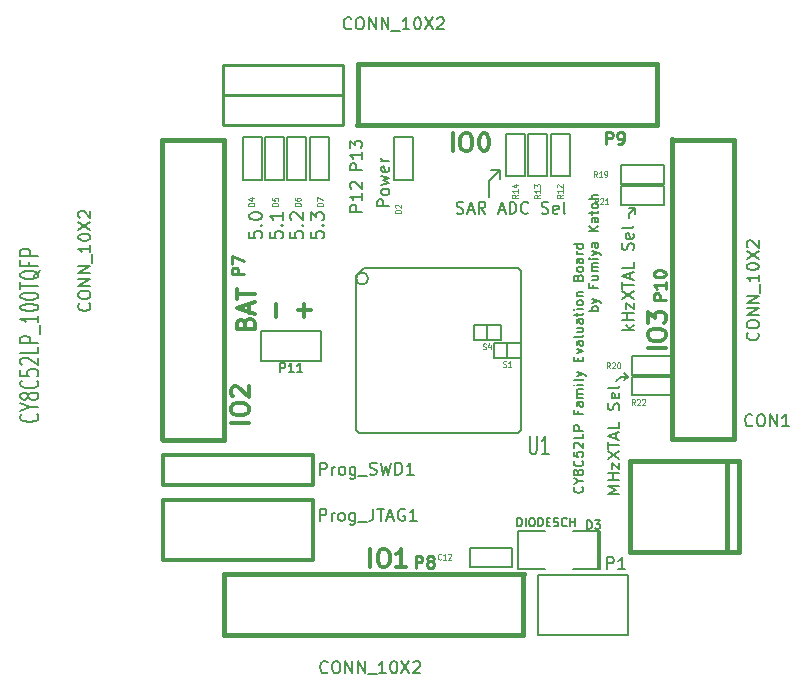
<source format=gto>
G04 (created by PCBNEW (2013-07-07 BZR 4022)-stable) date 2015/09/29 23:49:40*
%MOIN*%
G04 Gerber Fmt 3.4, Leading zero omitted, Abs format*
%FSLAX34Y34*%
G01*
G70*
G90*
G04 APERTURE LIST*
%ADD10C,0.00393701*%
%ADD11C,0.00688976*%
%ADD12C,0.00787402*%
%ADD13C,0.011811*%
%ADD14C,0.00590551*%
%ADD15C,0.012*%
%ADD16C,0.01*%
%ADD17C,0.006*%
%ADD18C,0.015*%
%ADD19C,0.008*%
%ADD20C,0.005*%
%ADD21C,0.0045*%
G04 APERTURE END LIST*
G54D10*
G54D11*
X42971Y-34077D02*
X42986Y-34092D01*
X43001Y-34137D01*
X43001Y-34167D01*
X42986Y-34212D01*
X42956Y-34242D01*
X42926Y-34257D01*
X42866Y-34272D01*
X42821Y-34272D01*
X42761Y-34257D01*
X42731Y-34242D01*
X42701Y-34212D01*
X42686Y-34167D01*
X42686Y-34137D01*
X42701Y-34092D01*
X42716Y-34077D01*
X42851Y-33882D02*
X43001Y-33882D01*
X42686Y-33987D02*
X42851Y-33882D01*
X42686Y-33777D01*
X42821Y-33627D02*
X42806Y-33657D01*
X42791Y-33672D01*
X42761Y-33687D01*
X42746Y-33687D01*
X42716Y-33672D01*
X42701Y-33657D01*
X42686Y-33627D01*
X42686Y-33567D01*
X42701Y-33537D01*
X42716Y-33522D01*
X42746Y-33507D01*
X42761Y-33507D01*
X42791Y-33522D01*
X42806Y-33537D01*
X42821Y-33567D01*
X42821Y-33627D01*
X42836Y-33657D01*
X42851Y-33672D01*
X42881Y-33687D01*
X42941Y-33687D01*
X42971Y-33672D01*
X42986Y-33657D01*
X43001Y-33627D01*
X43001Y-33567D01*
X42986Y-33537D01*
X42971Y-33522D01*
X42941Y-33507D01*
X42881Y-33507D01*
X42851Y-33522D01*
X42836Y-33537D01*
X42821Y-33567D01*
X42971Y-33192D02*
X42986Y-33207D01*
X43001Y-33252D01*
X43001Y-33282D01*
X42986Y-33327D01*
X42956Y-33357D01*
X42926Y-33372D01*
X42866Y-33387D01*
X42821Y-33387D01*
X42761Y-33372D01*
X42731Y-33357D01*
X42701Y-33327D01*
X42686Y-33282D01*
X42686Y-33252D01*
X42701Y-33207D01*
X42716Y-33192D01*
X42686Y-32907D02*
X42686Y-33057D01*
X42836Y-33072D01*
X42821Y-33057D01*
X42806Y-33027D01*
X42806Y-32952D01*
X42821Y-32922D01*
X42836Y-32907D01*
X42866Y-32892D01*
X42941Y-32892D01*
X42971Y-32907D01*
X42986Y-32922D01*
X43001Y-32952D01*
X43001Y-33027D01*
X42986Y-33057D01*
X42971Y-33072D01*
X42716Y-32772D02*
X42701Y-32757D01*
X42686Y-32727D01*
X42686Y-32652D01*
X42701Y-32622D01*
X42716Y-32607D01*
X42746Y-32592D01*
X42776Y-32592D01*
X42821Y-32607D01*
X43001Y-32787D01*
X43001Y-32592D01*
X43001Y-32307D02*
X43001Y-32457D01*
X42686Y-32457D01*
X43001Y-32202D02*
X42686Y-32202D01*
X42686Y-32082D01*
X42701Y-32052D01*
X42716Y-32037D01*
X42746Y-32022D01*
X42791Y-32022D01*
X42821Y-32037D01*
X42836Y-32052D01*
X42851Y-32082D01*
X42851Y-32202D01*
X42836Y-31542D02*
X42836Y-31647D01*
X43001Y-31647D02*
X42686Y-31647D01*
X42686Y-31497D01*
X43001Y-31242D02*
X42836Y-31242D01*
X42806Y-31257D01*
X42791Y-31287D01*
X42791Y-31347D01*
X42806Y-31377D01*
X42986Y-31242D02*
X43001Y-31272D01*
X43001Y-31347D01*
X42986Y-31377D01*
X42956Y-31392D01*
X42926Y-31392D01*
X42896Y-31377D01*
X42881Y-31347D01*
X42881Y-31272D01*
X42866Y-31242D01*
X43001Y-31092D02*
X42791Y-31092D01*
X42821Y-31092D02*
X42806Y-31077D01*
X42791Y-31047D01*
X42791Y-31003D01*
X42806Y-30973D01*
X42836Y-30958D01*
X43001Y-30958D01*
X42836Y-30958D02*
X42806Y-30943D01*
X42791Y-30913D01*
X42791Y-30868D01*
X42806Y-30838D01*
X42836Y-30823D01*
X43001Y-30823D01*
X43001Y-30673D02*
X42791Y-30673D01*
X42686Y-30673D02*
X42701Y-30688D01*
X42716Y-30673D01*
X42701Y-30658D01*
X42686Y-30673D01*
X42716Y-30673D01*
X43001Y-30478D02*
X42986Y-30508D01*
X42956Y-30523D01*
X42686Y-30523D01*
X42791Y-30388D02*
X43001Y-30313D01*
X42791Y-30238D02*
X43001Y-30313D01*
X43076Y-30343D01*
X43091Y-30358D01*
X43106Y-30388D01*
X42836Y-29878D02*
X42836Y-29773D01*
X43001Y-29728D02*
X43001Y-29878D01*
X42686Y-29878D01*
X42686Y-29728D01*
X42791Y-29623D02*
X43001Y-29548D01*
X42791Y-29473D01*
X43001Y-29218D02*
X42836Y-29218D01*
X42806Y-29233D01*
X42791Y-29263D01*
X42791Y-29323D01*
X42806Y-29353D01*
X42986Y-29218D02*
X43001Y-29248D01*
X43001Y-29323D01*
X42986Y-29353D01*
X42956Y-29368D01*
X42926Y-29368D01*
X42896Y-29353D01*
X42881Y-29323D01*
X42881Y-29248D01*
X42866Y-29218D01*
X43001Y-29023D02*
X42986Y-29053D01*
X42956Y-29068D01*
X42686Y-29068D01*
X42791Y-28768D02*
X43001Y-28768D01*
X42791Y-28903D02*
X42956Y-28903D01*
X42986Y-28888D01*
X43001Y-28858D01*
X43001Y-28813D01*
X42986Y-28783D01*
X42971Y-28768D01*
X43001Y-28483D02*
X42836Y-28483D01*
X42806Y-28498D01*
X42791Y-28528D01*
X42791Y-28588D01*
X42806Y-28618D01*
X42986Y-28483D02*
X43001Y-28513D01*
X43001Y-28588D01*
X42986Y-28618D01*
X42956Y-28633D01*
X42926Y-28633D01*
X42896Y-28618D01*
X42881Y-28588D01*
X42881Y-28513D01*
X42866Y-28483D01*
X42791Y-28378D02*
X42791Y-28258D01*
X42686Y-28333D02*
X42956Y-28333D01*
X42986Y-28318D01*
X43001Y-28288D01*
X43001Y-28258D01*
X43001Y-28153D02*
X42791Y-28153D01*
X42686Y-28153D02*
X42701Y-28168D01*
X42716Y-28153D01*
X42701Y-28138D01*
X42686Y-28153D01*
X42716Y-28153D01*
X43001Y-27958D02*
X42986Y-27988D01*
X42971Y-28003D01*
X42941Y-28018D01*
X42851Y-28018D01*
X42821Y-28003D01*
X42806Y-27988D01*
X42791Y-27958D01*
X42791Y-27913D01*
X42806Y-27883D01*
X42821Y-27868D01*
X42851Y-27853D01*
X42941Y-27853D01*
X42971Y-27868D01*
X42986Y-27883D01*
X43001Y-27913D01*
X43001Y-27958D01*
X42791Y-27718D02*
X43001Y-27718D01*
X42821Y-27718D02*
X42806Y-27703D01*
X42791Y-27673D01*
X42791Y-27628D01*
X42806Y-27598D01*
X42836Y-27583D01*
X43001Y-27583D01*
X42836Y-27088D02*
X42851Y-27043D01*
X42866Y-27028D01*
X42896Y-27013D01*
X42941Y-27013D01*
X42971Y-27028D01*
X42986Y-27043D01*
X43001Y-27073D01*
X43001Y-27193D01*
X42686Y-27193D01*
X42686Y-27088D01*
X42701Y-27058D01*
X42716Y-27043D01*
X42746Y-27028D01*
X42776Y-27028D01*
X42806Y-27043D01*
X42821Y-27058D01*
X42836Y-27088D01*
X42836Y-27193D01*
X43001Y-26833D02*
X42986Y-26863D01*
X42971Y-26878D01*
X42941Y-26893D01*
X42851Y-26893D01*
X42821Y-26878D01*
X42806Y-26863D01*
X42791Y-26833D01*
X42791Y-26788D01*
X42806Y-26758D01*
X42821Y-26743D01*
X42851Y-26728D01*
X42941Y-26728D01*
X42971Y-26743D01*
X42986Y-26758D01*
X43001Y-26788D01*
X43001Y-26833D01*
X43001Y-26458D02*
X42836Y-26458D01*
X42806Y-26473D01*
X42791Y-26503D01*
X42791Y-26563D01*
X42806Y-26593D01*
X42986Y-26458D02*
X43001Y-26488D01*
X43001Y-26563D01*
X42986Y-26593D01*
X42956Y-26608D01*
X42926Y-26608D01*
X42896Y-26593D01*
X42881Y-26563D01*
X42881Y-26488D01*
X42866Y-26458D01*
X43001Y-26308D02*
X42791Y-26308D01*
X42851Y-26308D02*
X42821Y-26293D01*
X42806Y-26278D01*
X42791Y-26248D01*
X42791Y-26218D01*
X43001Y-25978D02*
X42686Y-25978D01*
X42986Y-25978D02*
X43001Y-26008D01*
X43001Y-26068D01*
X42986Y-26098D01*
X42971Y-26113D01*
X42941Y-26128D01*
X42851Y-26128D01*
X42821Y-26113D01*
X42806Y-26098D01*
X42791Y-26068D01*
X42791Y-26008D01*
X42806Y-25978D01*
X43511Y-28205D02*
X43196Y-28205D01*
X43316Y-28205D02*
X43301Y-28175D01*
X43301Y-28115D01*
X43316Y-28085D01*
X43331Y-28070D01*
X43361Y-28055D01*
X43451Y-28055D01*
X43481Y-28070D01*
X43496Y-28085D01*
X43511Y-28115D01*
X43511Y-28175D01*
X43496Y-28205D01*
X43301Y-27950D02*
X43511Y-27875D01*
X43301Y-27800D02*
X43511Y-27875D01*
X43586Y-27905D01*
X43601Y-27920D01*
X43616Y-27950D01*
X43346Y-27335D02*
X43346Y-27440D01*
X43511Y-27440D02*
X43196Y-27440D01*
X43196Y-27290D01*
X43301Y-27035D02*
X43511Y-27035D01*
X43301Y-27170D02*
X43466Y-27170D01*
X43496Y-27155D01*
X43511Y-27125D01*
X43511Y-27080D01*
X43496Y-27050D01*
X43481Y-27035D01*
X43511Y-26886D02*
X43301Y-26886D01*
X43331Y-26886D02*
X43316Y-26871D01*
X43301Y-26841D01*
X43301Y-26796D01*
X43316Y-26766D01*
X43346Y-26751D01*
X43511Y-26751D01*
X43346Y-26751D02*
X43316Y-26736D01*
X43301Y-26706D01*
X43301Y-26661D01*
X43316Y-26631D01*
X43346Y-26616D01*
X43511Y-26616D01*
X43511Y-26466D02*
X43301Y-26466D01*
X43196Y-26466D02*
X43211Y-26481D01*
X43226Y-26466D01*
X43211Y-26451D01*
X43196Y-26466D01*
X43226Y-26466D01*
X43301Y-26346D02*
X43511Y-26271D01*
X43301Y-26196D02*
X43511Y-26271D01*
X43586Y-26301D01*
X43601Y-26316D01*
X43616Y-26346D01*
X43511Y-25941D02*
X43346Y-25941D01*
X43316Y-25956D01*
X43301Y-25986D01*
X43301Y-26046D01*
X43316Y-26076D01*
X43496Y-25941D02*
X43511Y-25971D01*
X43511Y-26046D01*
X43496Y-26076D01*
X43466Y-26091D01*
X43436Y-26091D01*
X43406Y-26076D01*
X43391Y-26046D01*
X43391Y-25971D01*
X43376Y-25941D01*
X43511Y-25551D02*
X43196Y-25551D01*
X43511Y-25371D02*
X43331Y-25506D01*
X43196Y-25371D02*
X43376Y-25551D01*
X43511Y-25101D02*
X43346Y-25101D01*
X43316Y-25116D01*
X43301Y-25146D01*
X43301Y-25206D01*
X43316Y-25236D01*
X43496Y-25101D02*
X43511Y-25131D01*
X43511Y-25206D01*
X43496Y-25236D01*
X43466Y-25251D01*
X43436Y-25251D01*
X43406Y-25236D01*
X43391Y-25206D01*
X43391Y-25131D01*
X43376Y-25101D01*
X43301Y-24996D02*
X43301Y-24876D01*
X43196Y-24951D02*
X43466Y-24951D01*
X43496Y-24936D01*
X43511Y-24906D01*
X43511Y-24876D01*
X43511Y-24726D02*
X43496Y-24756D01*
X43481Y-24771D01*
X43451Y-24786D01*
X43361Y-24786D01*
X43331Y-24771D01*
X43316Y-24756D01*
X43301Y-24726D01*
X43301Y-24681D01*
X43316Y-24651D01*
X43331Y-24636D01*
X43361Y-24621D01*
X43451Y-24621D01*
X43481Y-24636D01*
X43496Y-24651D01*
X43511Y-24681D01*
X43511Y-24726D01*
X43511Y-24486D02*
X43196Y-24486D01*
X43511Y-24351D02*
X43346Y-24351D01*
X43316Y-24366D01*
X43301Y-24396D01*
X43301Y-24441D01*
X43316Y-24471D01*
X43331Y-24486D01*
G54D12*
X44488Y-30393D02*
X44370Y-30275D01*
X44488Y-30393D02*
X44370Y-30511D01*
X44251Y-30393D02*
X44488Y-30393D01*
X44094Y-30551D02*
X44251Y-30393D01*
X44214Y-34291D02*
X43820Y-34291D01*
X44101Y-34160D01*
X43820Y-34028D01*
X44214Y-34028D01*
X44214Y-33841D02*
X43820Y-33841D01*
X44008Y-33841D02*
X44008Y-33616D01*
X44214Y-33616D02*
X43820Y-33616D01*
X43952Y-33466D02*
X43952Y-33260D01*
X44214Y-33466D01*
X44214Y-33260D01*
X43820Y-33147D02*
X44214Y-32885D01*
X43820Y-32885D02*
X44214Y-33147D01*
X43820Y-32791D02*
X43820Y-32566D01*
X44214Y-32679D02*
X43820Y-32679D01*
X44101Y-32454D02*
X44101Y-32266D01*
X44214Y-32491D02*
X43820Y-32360D01*
X44214Y-32229D01*
X44214Y-31910D02*
X44214Y-32097D01*
X43820Y-32097D01*
X44195Y-31497D02*
X44214Y-31441D01*
X44214Y-31347D01*
X44195Y-31310D01*
X44176Y-31291D01*
X44139Y-31272D01*
X44101Y-31272D01*
X44064Y-31291D01*
X44045Y-31310D01*
X44026Y-31347D01*
X44008Y-31422D01*
X43989Y-31460D01*
X43970Y-31479D01*
X43933Y-31497D01*
X43895Y-31497D01*
X43858Y-31479D01*
X43839Y-31460D01*
X43820Y-31422D01*
X43820Y-31329D01*
X43839Y-31272D01*
X44195Y-30954D02*
X44214Y-30991D01*
X44214Y-31066D01*
X44195Y-31104D01*
X44158Y-31122D01*
X44008Y-31122D01*
X43970Y-31104D01*
X43952Y-31066D01*
X43952Y-30991D01*
X43970Y-30954D01*
X44008Y-30935D01*
X44045Y-30935D01*
X44083Y-31122D01*
X44214Y-30710D02*
X44195Y-30748D01*
X44158Y-30766D01*
X43820Y-30766D01*
X44724Y-24763D02*
X44527Y-24763D01*
X44724Y-24763D02*
X44724Y-24960D01*
X44527Y-24960D02*
X44724Y-24763D01*
X44527Y-25118D02*
X44527Y-24960D01*
X40000Y-23503D02*
X39921Y-23503D01*
X40236Y-23503D02*
X40000Y-23503D01*
X40236Y-23503D02*
X40236Y-23818D01*
X39881Y-23858D02*
X40236Y-23503D01*
X39881Y-24409D02*
X39881Y-23858D01*
X44686Y-28832D02*
X44293Y-28832D01*
X44536Y-28794D02*
X44686Y-28682D01*
X44424Y-28682D02*
X44574Y-28832D01*
X44686Y-28513D02*
X44293Y-28513D01*
X44480Y-28513D02*
X44480Y-28288D01*
X44686Y-28288D02*
X44293Y-28288D01*
X44424Y-28138D02*
X44424Y-27932D01*
X44686Y-28138D01*
X44686Y-27932D01*
X44293Y-27819D02*
X44686Y-27557D01*
X44293Y-27557D02*
X44686Y-27819D01*
X44293Y-27463D02*
X44293Y-27238D01*
X44686Y-27350D02*
X44293Y-27350D01*
X44574Y-27125D02*
X44574Y-26938D01*
X44686Y-27163D02*
X44293Y-27032D01*
X44686Y-26901D01*
X44686Y-26582D02*
X44686Y-26769D01*
X44293Y-26769D01*
X44668Y-26169D02*
X44686Y-26113D01*
X44686Y-26019D01*
X44668Y-25982D01*
X44649Y-25963D01*
X44611Y-25944D01*
X44574Y-25944D01*
X44536Y-25963D01*
X44518Y-25982D01*
X44499Y-26019D01*
X44480Y-26094D01*
X44461Y-26132D01*
X44443Y-26151D01*
X44405Y-26169D01*
X44368Y-26169D01*
X44330Y-26151D01*
X44311Y-26132D01*
X44293Y-26094D01*
X44293Y-26001D01*
X44311Y-25944D01*
X44668Y-25626D02*
X44686Y-25663D01*
X44686Y-25738D01*
X44668Y-25776D01*
X44630Y-25794D01*
X44480Y-25794D01*
X44443Y-25776D01*
X44424Y-25738D01*
X44424Y-25663D01*
X44443Y-25626D01*
X44480Y-25607D01*
X44518Y-25607D01*
X44555Y-25794D01*
X44686Y-25382D02*
X44668Y-25419D01*
X44630Y-25438D01*
X44293Y-25438D01*
X38790Y-24943D02*
X38847Y-24962D01*
X38940Y-24962D01*
X38978Y-24943D01*
X38997Y-24925D01*
X39015Y-24887D01*
X39015Y-24850D01*
X38997Y-24812D01*
X38978Y-24793D01*
X38940Y-24775D01*
X38865Y-24756D01*
X38828Y-24737D01*
X38809Y-24718D01*
X38790Y-24681D01*
X38790Y-24643D01*
X38809Y-24606D01*
X38828Y-24587D01*
X38865Y-24568D01*
X38959Y-24568D01*
X39015Y-24587D01*
X39165Y-24850D02*
X39353Y-24850D01*
X39128Y-24962D02*
X39259Y-24568D01*
X39390Y-24962D01*
X39746Y-24962D02*
X39615Y-24775D01*
X39521Y-24962D02*
X39521Y-24568D01*
X39671Y-24568D01*
X39709Y-24587D01*
X39728Y-24606D01*
X39746Y-24643D01*
X39746Y-24700D01*
X39728Y-24737D01*
X39709Y-24756D01*
X39671Y-24775D01*
X39521Y-24775D01*
X40196Y-24850D02*
X40384Y-24850D01*
X40159Y-24962D02*
X40290Y-24568D01*
X40421Y-24962D01*
X40553Y-24962D02*
X40553Y-24568D01*
X40646Y-24568D01*
X40703Y-24587D01*
X40740Y-24625D01*
X40759Y-24662D01*
X40778Y-24737D01*
X40778Y-24793D01*
X40759Y-24868D01*
X40740Y-24906D01*
X40703Y-24943D01*
X40646Y-24962D01*
X40553Y-24962D01*
X41171Y-24925D02*
X41152Y-24943D01*
X41096Y-24962D01*
X41059Y-24962D01*
X41002Y-24943D01*
X40965Y-24906D01*
X40946Y-24868D01*
X40928Y-24793D01*
X40928Y-24737D01*
X40946Y-24662D01*
X40965Y-24625D01*
X41002Y-24587D01*
X41059Y-24568D01*
X41096Y-24568D01*
X41152Y-24587D01*
X41171Y-24606D01*
X41621Y-24943D02*
X41677Y-24962D01*
X41771Y-24962D01*
X41809Y-24943D01*
X41827Y-24925D01*
X41846Y-24887D01*
X41846Y-24850D01*
X41827Y-24812D01*
X41809Y-24793D01*
X41771Y-24775D01*
X41696Y-24756D01*
X41659Y-24737D01*
X41640Y-24718D01*
X41621Y-24681D01*
X41621Y-24643D01*
X41640Y-24606D01*
X41659Y-24587D01*
X41696Y-24568D01*
X41790Y-24568D01*
X41846Y-24587D01*
X42165Y-24943D02*
X42127Y-24962D01*
X42052Y-24962D01*
X42015Y-24943D01*
X41996Y-24906D01*
X41996Y-24756D01*
X42015Y-24718D01*
X42052Y-24700D01*
X42127Y-24700D01*
X42165Y-24718D01*
X42184Y-24756D01*
X42184Y-24793D01*
X41996Y-24831D01*
X42409Y-24962D02*
X42371Y-24943D01*
X42352Y-24906D01*
X42352Y-24568D01*
X36537Y-24715D02*
X36143Y-24715D01*
X36143Y-24565D01*
X36162Y-24527D01*
X36181Y-24508D01*
X36218Y-24490D01*
X36274Y-24490D01*
X36312Y-24508D01*
X36331Y-24527D01*
X36349Y-24565D01*
X36349Y-24715D01*
X36537Y-24265D02*
X36518Y-24302D01*
X36499Y-24321D01*
X36462Y-24340D01*
X36349Y-24340D01*
X36312Y-24321D01*
X36293Y-24302D01*
X36274Y-24265D01*
X36274Y-24208D01*
X36293Y-24171D01*
X36312Y-24152D01*
X36349Y-24133D01*
X36462Y-24133D01*
X36499Y-24152D01*
X36518Y-24171D01*
X36537Y-24208D01*
X36537Y-24265D01*
X36274Y-24002D02*
X36537Y-23927D01*
X36349Y-23852D01*
X36537Y-23777D01*
X36274Y-23702D01*
X36518Y-23402D02*
X36537Y-23440D01*
X36537Y-23515D01*
X36518Y-23552D01*
X36481Y-23571D01*
X36331Y-23571D01*
X36293Y-23552D01*
X36274Y-23515D01*
X36274Y-23440D01*
X36293Y-23402D01*
X36331Y-23383D01*
X36368Y-23383D01*
X36406Y-23571D01*
X36537Y-23215D02*
X36274Y-23215D01*
X36349Y-23215D02*
X36312Y-23196D01*
X36293Y-23177D01*
X36274Y-23140D01*
X36274Y-23102D01*
X31868Y-25560D02*
X31868Y-25766D01*
X32074Y-25787D01*
X32053Y-25766D01*
X32033Y-25725D01*
X32033Y-25622D01*
X32053Y-25581D01*
X32074Y-25560D01*
X32115Y-25539D01*
X32218Y-25539D01*
X32260Y-25560D01*
X32280Y-25581D01*
X32301Y-25622D01*
X32301Y-25725D01*
X32280Y-25766D01*
X32260Y-25787D01*
X32260Y-25354D02*
X32280Y-25333D01*
X32301Y-25354D01*
X32280Y-25374D01*
X32260Y-25354D01*
X32301Y-25354D01*
X31868Y-25065D02*
X31868Y-25024D01*
X31888Y-24983D01*
X31909Y-24962D01*
X31950Y-24941D01*
X32033Y-24921D01*
X32136Y-24921D01*
X32218Y-24941D01*
X32260Y-24962D01*
X32280Y-24983D01*
X32301Y-25024D01*
X32301Y-25065D01*
X32280Y-25106D01*
X32260Y-25127D01*
X32218Y-25148D01*
X32136Y-25168D01*
X32033Y-25168D01*
X31950Y-25148D01*
X31909Y-25127D01*
X31888Y-25106D01*
X31868Y-25065D01*
X32553Y-25560D02*
X32553Y-25766D01*
X32759Y-25787D01*
X32738Y-25766D01*
X32718Y-25725D01*
X32718Y-25622D01*
X32738Y-25581D01*
X32759Y-25560D01*
X32800Y-25539D01*
X32903Y-25539D01*
X32945Y-25560D01*
X32965Y-25581D01*
X32986Y-25622D01*
X32986Y-25725D01*
X32965Y-25766D01*
X32945Y-25787D01*
X32945Y-25354D02*
X32965Y-25333D01*
X32986Y-25354D01*
X32965Y-25374D01*
X32945Y-25354D01*
X32986Y-25354D01*
X32986Y-24921D02*
X32986Y-25168D01*
X32986Y-25044D02*
X32553Y-25044D01*
X32615Y-25086D01*
X32656Y-25127D01*
X32676Y-25168D01*
X33238Y-25560D02*
X33238Y-25766D01*
X33444Y-25787D01*
X33423Y-25766D01*
X33403Y-25725D01*
X33403Y-25622D01*
X33423Y-25581D01*
X33444Y-25560D01*
X33485Y-25539D01*
X33588Y-25539D01*
X33630Y-25560D01*
X33650Y-25581D01*
X33671Y-25622D01*
X33671Y-25725D01*
X33650Y-25766D01*
X33630Y-25787D01*
X33630Y-25354D02*
X33650Y-25333D01*
X33671Y-25354D01*
X33650Y-25374D01*
X33630Y-25354D01*
X33671Y-25354D01*
X33279Y-25168D02*
X33258Y-25148D01*
X33238Y-25106D01*
X33238Y-25003D01*
X33258Y-24962D01*
X33279Y-24941D01*
X33320Y-24921D01*
X33362Y-24921D01*
X33423Y-24941D01*
X33671Y-25189D01*
X33671Y-24921D01*
X33923Y-25560D02*
X33923Y-25766D01*
X34129Y-25787D01*
X34108Y-25766D01*
X34088Y-25725D01*
X34088Y-25622D01*
X34108Y-25581D01*
X34129Y-25560D01*
X34170Y-25539D01*
X34273Y-25539D01*
X34315Y-25560D01*
X34335Y-25581D01*
X34356Y-25622D01*
X34356Y-25725D01*
X34335Y-25766D01*
X34315Y-25787D01*
X34315Y-25354D02*
X34335Y-25333D01*
X34356Y-25354D01*
X34335Y-25374D01*
X34315Y-25354D01*
X34356Y-25354D01*
X33923Y-25189D02*
X33923Y-24921D01*
X34088Y-25065D01*
X34088Y-25003D01*
X34108Y-24962D01*
X34129Y-24941D01*
X34170Y-24921D01*
X34273Y-24921D01*
X34315Y-24941D01*
X34335Y-24962D01*
X34356Y-25003D01*
X34356Y-25127D01*
X34335Y-25168D01*
X34315Y-25189D01*
G54D13*
X38661Y-22876D02*
X38661Y-22286D01*
X39055Y-22286D02*
X39167Y-22286D01*
X39223Y-22314D01*
X39280Y-22370D01*
X39308Y-22483D01*
X39308Y-22679D01*
X39280Y-22792D01*
X39223Y-22848D01*
X39167Y-22876D01*
X39055Y-22876D01*
X38998Y-22848D01*
X38942Y-22792D01*
X38914Y-22679D01*
X38914Y-22483D01*
X38942Y-22370D01*
X38998Y-22314D01*
X39055Y-22286D01*
X39673Y-22286D02*
X39730Y-22286D01*
X39786Y-22314D01*
X39814Y-22342D01*
X39842Y-22398D01*
X39870Y-22511D01*
X39870Y-22651D01*
X39842Y-22764D01*
X39814Y-22820D01*
X39786Y-22848D01*
X39730Y-22876D01*
X39673Y-22876D01*
X39617Y-22848D01*
X39589Y-22820D01*
X39561Y-22764D01*
X39533Y-22651D01*
X39533Y-22511D01*
X39561Y-22398D01*
X39589Y-22342D01*
X39617Y-22314D01*
X39673Y-22286D01*
X45750Y-29448D02*
X45160Y-29448D01*
X45160Y-29055D02*
X45160Y-28942D01*
X45188Y-28886D01*
X45244Y-28830D01*
X45357Y-28802D01*
X45553Y-28802D01*
X45666Y-28830D01*
X45722Y-28886D01*
X45750Y-28942D01*
X45750Y-29055D01*
X45722Y-29111D01*
X45666Y-29167D01*
X45553Y-29195D01*
X45357Y-29195D01*
X45244Y-29167D01*
X45188Y-29111D01*
X45160Y-29055D01*
X45160Y-28605D02*
X45160Y-28239D01*
X45385Y-28436D01*
X45385Y-28352D01*
X45413Y-28295D01*
X45441Y-28267D01*
X45497Y-28239D01*
X45638Y-28239D01*
X45694Y-28267D01*
X45722Y-28295D01*
X45750Y-28352D01*
X45750Y-28520D01*
X45722Y-28577D01*
X45694Y-28605D01*
X35905Y-36735D02*
X35905Y-36144D01*
X36299Y-36144D02*
X36411Y-36144D01*
X36467Y-36172D01*
X36524Y-36228D01*
X36552Y-36341D01*
X36552Y-36538D01*
X36524Y-36650D01*
X36467Y-36706D01*
X36411Y-36735D01*
X36299Y-36735D01*
X36242Y-36706D01*
X36186Y-36650D01*
X36158Y-36538D01*
X36158Y-36341D01*
X36186Y-36228D01*
X36242Y-36172D01*
X36299Y-36144D01*
X37114Y-36735D02*
X36777Y-36735D01*
X36946Y-36735D02*
X36946Y-36144D01*
X36889Y-36228D01*
X36833Y-36285D01*
X36777Y-36313D01*
X31853Y-31929D02*
X31262Y-31929D01*
X31262Y-31535D02*
X31262Y-31422D01*
X31290Y-31366D01*
X31347Y-31310D01*
X31459Y-31282D01*
X31656Y-31282D01*
X31768Y-31310D01*
X31825Y-31366D01*
X31853Y-31422D01*
X31853Y-31535D01*
X31825Y-31591D01*
X31768Y-31647D01*
X31656Y-31676D01*
X31459Y-31676D01*
X31347Y-31647D01*
X31290Y-31591D01*
X31262Y-31535D01*
X31318Y-31057D02*
X31290Y-31029D01*
X31262Y-30973D01*
X31262Y-30832D01*
X31290Y-30776D01*
X31318Y-30748D01*
X31375Y-30719D01*
X31431Y-30719D01*
X31515Y-30748D01*
X31853Y-31085D01*
X31853Y-30719D01*
X31740Y-28624D02*
X31768Y-28540D01*
X31796Y-28512D01*
X31853Y-28484D01*
X31937Y-28484D01*
X31993Y-28512D01*
X32021Y-28540D01*
X32050Y-28596D01*
X32050Y-28821D01*
X31459Y-28821D01*
X31459Y-28624D01*
X31487Y-28568D01*
X31515Y-28540D01*
X31571Y-28512D01*
X31628Y-28512D01*
X31684Y-28540D01*
X31712Y-28568D01*
X31740Y-28624D01*
X31740Y-28821D01*
X31881Y-28259D02*
X31881Y-27978D01*
X32050Y-28315D02*
X31459Y-28118D01*
X32050Y-27921D01*
X31459Y-27809D02*
X31459Y-27471D01*
X32050Y-27640D02*
X31459Y-27640D01*
X32769Y-28413D02*
X32769Y-27964D01*
X33714Y-28413D02*
X33714Y-27964D01*
X33939Y-28188D02*
X33489Y-28188D01*
G54D14*
X43503Y-36811D02*
X43503Y-35551D01*
X40826Y-36811D02*
X40826Y-35551D01*
X43582Y-36811D02*
X43582Y-35551D01*
X41733Y-35549D02*
X40833Y-35549D01*
X40833Y-36813D02*
X41733Y-36813D01*
X42677Y-36811D02*
X43582Y-36811D01*
X43582Y-35551D02*
X42677Y-35551D01*
G54D15*
X29000Y-34500D02*
X34000Y-34500D01*
X34000Y-34500D02*
X34000Y-36500D01*
X34000Y-36500D02*
X29000Y-36500D01*
X29000Y-36500D02*
X29000Y-34500D01*
X34000Y-34000D02*
X34000Y-33000D01*
X29000Y-33000D02*
X29000Y-34000D01*
X34000Y-34000D02*
X29000Y-34000D01*
X29000Y-33000D02*
X34000Y-33000D01*
G54D16*
X31000Y-20000D02*
X35000Y-20000D01*
X31000Y-21000D02*
X35000Y-21000D01*
X35000Y-21000D02*
X35000Y-20000D01*
X31000Y-20000D02*
X31000Y-21000D01*
X35000Y-22000D02*
X31000Y-22000D01*
X35000Y-21000D02*
X31000Y-21000D01*
X31000Y-21000D02*
X31000Y-22000D01*
X35000Y-22000D02*
X35000Y-21000D01*
G54D17*
X34267Y-28870D02*
X34267Y-29870D01*
X34267Y-29870D02*
X32267Y-29870D01*
X32267Y-29870D02*
X32267Y-28870D01*
X32267Y-28870D02*
X34267Y-28870D01*
G54D18*
X35515Y-19976D02*
X45476Y-19976D01*
X45476Y-19976D02*
X45476Y-22023D01*
X45476Y-22023D02*
X35476Y-22023D01*
X35500Y-20000D02*
X35500Y-22000D01*
X28976Y-32484D02*
X28976Y-22523D01*
X28976Y-22523D02*
X31023Y-22523D01*
X31023Y-22523D02*
X31023Y-32523D01*
X29000Y-32500D02*
X31000Y-32500D01*
X48023Y-22515D02*
X48023Y-32476D01*
X48023Y-32476D02*
X45976Y-32476D01*
X45976Y-32476D02*
X45976Y-22476D01*
X48000Y-22500D02*
X46000Y-22500D01*
X40984Y-39023D02*
X31023Y-39023D01*
X31023Y-39023D02*
X31023Y-36976D01*
X31023Y-36976D02*
X41023Y-36976D01*
X41000Y-39000D02*
X41000Y-37000D01*
G54D14*
X39232Y-36102D02*
X40649Y-36102D01*
X40649Y-36102D02*
X40649Y-36732D01*
X40649Y-36732D02*
X39232Y-36732D01*
X39232Y-36732D02*
X39232Y-36102D01*
X33149Y-23838D02*
X33149Y-22421D01*
X33149Y-22421D02*
X33779Y-22421D01*
X33779Y-22421D02*
X33779Y-23838D01*
X33779Y-23838D02*
X33149Y-23838D01*
X33897Y-23838D02*
X33897Y-22421D01*
X33897Y-22421D02*
X34527Y-22421D01*
X34527Y-22421D02*
X34527Y-23838D01*
X34527Y-23838D02*
X33897Y-23838D01*
X37322Y-22421D02*
X37322Y-23838D01*
X37322Y-23838D02*
X36692Y-23838D01*
X36692Y-23838D02*
X36692Y-22421D01*
X36692Y-22421D02*
X37322Y-22421D01*
X32401Y-23838D02*
X32401Y-22421D01*
X32401Y-22421D02*
X33031Y-22421D01*
X33031Y-22421D02*
X33031Y-23838D01*
X33031Y-23838D02*
X32401Y-23838D01*
X31653Y-23838D02*
X31653Y-22421D01*
X31653Y-22421D02*
X32283Y-22421D01*
X32283Y-22421D02*
X32283Y-23838D01*
X32283Y-23838D02*
X31653Y-23838D01*
G54D19*
X35838Y-27127D02*
G75*
G03X35838Y-27127I-200J0D01*
G74*
G01*
X35688Y-26777D02*
X35438Y-27027D01*
X35538Y-32277D02*
X35438Y-32177D01*
X40838Y-32277D02*
X40938Y-32177D01*
X40938Y-26877D02*
X40838Y-26777D01*
X35438Y-27027D02*
X35438Y-32177D01*
X35538Y-32277D02*
X40838Y-32277D01*
X40938Y-32177D02*
X40938Y-26877D01*
X40838Y-26777D02*
X35688Y-26777D01*
G54D14*
X44625Y-30393D02*
X46043Y-30393D01*
X46043Y-30393D02*
X46043Y-31023D01*
X46043Y-31023D02*
X44625Y-31023D01*
X44625Y-31023D02*
X44625Y-30393D01*
X44625Y-29724D02*
X46043Y-29724D01*
X46043Y-29724D02*
X46043Y-30354D01*
X46043Y-30354D02*
X44625Y-30354D01*
X44625Y-30354D02*
X44625Y-29724D01*
X44271Y-24055D02*
X45688Y-24055D01*
X45688Y-24055D02*
X45688Y-24685D01*
X45688Y-24685D02*
X44271Y-24685D01*
X44271Y-24685D02*
X44271Y-24055D01*
X44271Y-23346D02*
X45688Y-23346D01*
X45688Y-23346D02*
X45688Y-23976D01*
X45688Y-23976D02*
X44271Y-23976D01*
X44271Y-23976D02*
X44271Y-23346D01*
X41181Y-23720D02*
X41181Y-22303D01*
X41181Y-22303D02*
X41811Y-22303D01*
X41811Y-22303D02*
X41811Y-23720D01*
X41811Y-23720D02*
X41181Y-23720D01*
X40433Y-23720D02*
X40433Y-22303D01*
X40433Y-22303D02*
X41062Y-22303D01*
X41062Y-22303D02*
X41062Y-23720D01*
X41062Y-23720D02*
X40433Y-23720D01*
X41929Y-23720D02*
X41929Y-22303D01*
X41929Y-22303D02*
X42559Y-22303D01*
X42559Y-22303D02*
X42559Y-23720D01*
X42559Y-23720D02*
X41929Y-23720D01*
G54D19*
X41500Y-37000D02*
X44500Y-37000D01*
X44500Y-39000D02*
X41500Y-39000D01*
X41500Y-39000D02*
X41500Y-37000D01*
X44500Y-37000D02*
X44500Y-39000D01*
G54D14*
X40472Y-29330D02*
X40472Y-29291D01*
X40472Y-29330D02*
X40472Y-29763D01*
G54D20*
X40022Y-29277D02*
X40922Y-29277D01*
X40922Y-29277D02*
X40922Y-29777D01*
X40922Y-29777D02*
X40022Y-29777D01*
X40022Y-29777D02*
X40022Y-29277D01*
G54D14*
X39803Y-28740D02*
X39803Y-28700D01*
X39803Y-28740D02*
X39803Y-29173D01*
G54D20*
X39353Y-28687D02*
X40253Y-28687D01*
X40253Y-28687D02*
X40253Y-29187D01*
X40253Y-29187D02*
X39353Y-29187D01*
X39353Y-29187D02*
X39353Y-28687D01*
G54D18*
X47794Y-36240D02*
X47794Y-33208D01*
X48188Y-36240D02*
X48188Y-33208D01*
X48188Y-33208D02*
X44566Y-33208D01*
X44566Y-33208D02*
X44566Y-36240D01*
X44566Y-36240D02*
X48188Y-36240D01*
G54D20*
X43142Y-35466D02*
X43142Y-35190D01*
X43208Y-35190D01*
X43247Y-35203D01*
X43274Y-35229D01*
X43287Y-35255D01*
X43300Y-35308D01*
X43300Y-35347D01*
X43287Y-35400D01*
X43274Y-35426D01*
X43247Y-35452D01*
X43208Y-35466D01*
X43142Y-35466D01*
X43392Y-35190D02*
X43563Y-35190D01*
X43471Y-35295D01*
X43510Y-35295D01*
X43537Y-35308D01*
X43550Y-35321D01*
X43563Y-35347D01*
X43563Y-35413D01*
X43550Y-35439D01*
X43537Y-35452D01*
X43510Y-35466D01*
X43431Y-35466D01*
X43405Y-35452D01*
X43392Y-35439D01*
X40812Y-35387D02*
X40812Y-35111D01*
X40877Y-35111D01*
X40917Y-35124D01*
X40943Y-35150D01*
X40956Y-35177D01*
X40969Y-35229D01*
X40969Y-35269D01*
X40956Y-35321D01*
X40943Y-35347D01*
X40917Y-35374D01*
X40877Y-35387D01*
X40812Y-35387D01*
X41088Y-35387D02*
X41088Y-35111D01*
X41272Y-35111D02*
X41324Y-35111D01*
X41351Y-35124D01*
X41377Y-35150D01*
X41390Y-35203D01*
X41390Y-35295D01*
X41377Y-35347D01*
X41351Y-35374D01*
X41324Y-35387D01*
X41272Y-35387D01*
X41245Y-35374D01*
X41219Y-35347D01*
X41206Y-35295D01*
X41206Y-35203D01*
X41219Y-35150D01*
X41245Y-35124D01*
X41272Y-35111D01*
X41508Y-35387D02*
X41508Y-35111D01*
X41574Y-35111D01*
X41613Y-35124D01*
X41640Y-35150D01*
X41653Y-35177D01*
X41666Y-35229D01*
X41666Y-35269D01*
X41653Y-35321D01*
X41640Y-35347D01*
X41613Y-35374D01*
X41574Y-35387D01*
X41508Y-35387D01*
X41784Y-35242D02*
X41876Y-35242D01*
X41916Y-35387D02*
X41784Y-35387D01*
X41784Y-35111D01*
X41916Y-35111D01*
X42021Y-35374D02*
X42060Y-35387D01*
X42126Y-35387D01*
X42152Y-35374D01*
X42165Y-35361D01*
X42179Y-35334D01*
X42179Y-35308D01*
X42165Y-35282D01*
X42152Y-35269D01*
X42126Y-35255D01*
X42073Y-35242D01*
X42047Y-35229D01*
X42034Y-35216D01*
X42021Y-35190D01*
X42021Y-35163D01*
X42034Y-35137D01*
X42047Y-35124D01*
X42073Y-35111D01*
X42139Y-35111D01*
X42179Y-35124D01*
X42455Y-35361D02*
X42441Y-35374D01*
X42402Y-35387D01*
X42376Y-35387D01*
X42336Y-35374D01*
X42310Y-35347D01*
X42297Y-35321D01*
X42284Y-35269D01*
X42284Y-35229D01*
X42297Y-35177D01*
X42310Y-35150D01*
X42336Y-35124D01*
X42376Y-35111D01*
X42402Y-35111D01*
X42441Y-35124D01*
X42455Y-35137D01*
X42573Y-35387D02*
X42573Y-35111D01*
X42573Y-35242D02*
X42731Y-35242D01*
X42731Y-35387D02*
X42731Y-35111D01*
G54D19*
X34217Y-35201D02*
X34217Y-34801D01*
X34369Y-34801D01*
X34407Y-34820D01*
X34426Y-34839D01*
X34445Y-34877D01*
X34445Y-34934D01*
X34426Y-34972D01*
X34407Y-34991D01*
X34369Y-35010D01*
X34217Y-35010D01*
X34617Y-35201D02*
X34617Y-34934D01*
X34617Y-35010D02*
X34636Y-34972D01*
X34655Y-34953D01*
X34693Y-34934D01*
X34731Y-34934D01*
X34922Y-35201D02*
X34883Y-35182D01*
X34864Y-35163D01*
X34845Y-35125D01*
X34845Y-35010D01*
X34864Y-34972D01*
X34883Y-34953D01*
X34922Y-34934D01*
X34979Y-34934D01*
X35017Y-34953D01*
X35036Y-34972D01*
X35055Y-35010D01*
X35055Y-35125D01*
X35036Y-35163D01*
X35017Y-35182D01*
X34979Y-35201D01*
X34922Y-35201D01*
X35398Y-34934D02*
X35398Y-35258D01*
X35379Y-35296D01*
X35360Y-35315D01*
X35322Y-35334D01*
X35264Y-35334D01*
X35226Y-35315D01*
X35398Y-35182D02*
X35360Y-35201D01*
X35283Y-35201D01*
X35245Y-35182D01*
X35226Y-35163D01*
X35207Y-35125D01*
X35207Y-35010D01*
X35226Y-34972D01*
X35245Y-34953D01*
X35283Y-34934D01*
X35360Y-34934D01*
X35398Y-34953D01*
X35493Y-35239D02*
X35798Y-35239D01*
X36007Y-34801D02*
X36007Y-35086D01*
X35988Y-35144D01*
X35950Y-35182D01*
X35893Y-35201D01*
X35855Y-35201D01*
X36141Y-34801D02*
X36369Y-34801D01*
X36255Y-35201D02*
X36255Y-34801D01*
X36483Y-35086D02*
X36674Y-35086D01*
X36445Y-35201D02*
X36579Y-34801D01*
X36712Y-35201D01*
X37055Y-34820D02*
X37017Y-34801D01*
X36960Y-34801D01*
X36902Y-34820D01*
X36864Y-34858D01*
X36845Y-34896D01*
X36826Y-34972D01*
X36826Y-35029D01*
X36845Y-35106D01*
X36864Y-35144D01*
X36902Y-35182D01*
X36960Y-35201D01*
X36998Y-35201D01*
X37055Y-35182D01*
X37074Y-35163D01*
X37074Y-35029D01*
X36998Y-35029D01*
X37455Y-35201D02*
X37226Y-35201D01*
X37341Y-35201D02*
X37341Y-34801D01*
X37302Y-34858D01*
X37264Y-34896D01*
X37226Y-34915D01*
X34235Y-33665D02*
X34235Y-33265D01*
X34387Y-33265D01*
X34425Y-33284D01*
X34444Y-33303D01*
X34463Y-33342D01*
X34463Y-33399D01*
X34444Y-33437D01*
X34425Y-33456D01*
X34387Y-33475D01*
X34235Y-33475D01*
X34635Y-33665D02*
X34635Y-33399D01*
X34635Y-33475D02*
X34654Y-33437D01*
X34673Y-33418D01*
X34711Y-33399D01*
X34749Y-33399D01*
X34939Y-33665D02*
X34901Y-33646D01*
X34882Y-33627D01*
X34863Y-33589D01*
X34863Y-33475D01*
X34882Y-33437D01*
X34901Y-33418D01*
X34939Y-33399D01*
X34996Y-33399D01*
X35035Y-33418D01*
X35054Y-33437D01*
X35073Y-33475D01*
X35073Y-33589D01*
X35054Y-33627D01*
X35035Y-33646D01*
X34996Y-33665D01*
X34939Y-33665D01*
X35415Y-33399D02*
X35415Y-33722D01*
X35396Y-33761D01*
X35377Y-33780D01*
X35339Y-33799D01*
X35282Y-33799D01*
X35244Y-33780D01*
X35415Y-33646D02*
X35377Y-33665D01*
X35301Y-33665D01*
X35263Y-33646D01*
X35244Y-33627D01*
X35225Y-33589D01*
X35225Y-33475D01*
X35244Y-33437D01*
X35263Y-33418D01*
X35301Y-33399D01*
X35377Y-33399D01*
X35415Y-33418D01*
X35511Y-33703D02*
X35815Y-33703D01*
X35892Y-33646D02*
X35949Y-33665D01*
X36044Y-33665D01*
X36082Y-33646D01*
X36101Y-33627D01*
X36120Y-33589D01*
X36120Y-33551D01*
X36101Y-33513D01*
X36082Y-33494D01*
X36044Y-33475D01*
X35968Y-33456D01*
X35930Y-33437D01*
X35911Y-33418D01*
X35892Y-33380D01*
X35892Y-33342D01*
X35911Y-33303D01*
X35930Y-33284D01*
X35968Y-33265D01*
X36063Y-33265D01*
X36120Y-33284D01*
X36254Y-33265D02*
X36349Y-33665D01*
X36425Y-33380D01*
X36501Y-33665D01*
X36596Y-33265D01*
X36749Y-33665D02*
X36749Y-33265D01*
X36844Y-33265D01*
X36901Y-33284D01*
X36939Y-33322D01*
X36958Y-33361D01*
X36977Y-33437D01*
X36977Y-33494D01*
X36958Y-33570D01*
X36939Y-33608D01*
X36901Y-33646D01*
X36844Y-33665D01*
X36749Y-33665D01*
X37358Y-33665D02*
X37130Y-33665D01*
X37244Y-33665D02*
X37244Y-33265D01*
X37206Y-33322D01*
X37168Y-33361D01*
X37130Y-33380D01*
X35634Y-23517D02*
X35234Y-23517D01*
X35234Y-23364D01*
X35253Y-23326D01*
X35272Y-23307D01*
X35310Y-23288D01*
X35367Y-23288D01*
X35405Y-23307D01*
X35424Y-23326D01*
X35443Y-23364D01*
X35443Y-23517D01*
X35634Y-22907D02*
X35634Y-23136D01*
X35634Y-23021D02*
X35234Y-23021D01*
X35291Y-23060D01*
X35329Y-23098D01*
X35348Y-23136D01*
X35234Y-22774D02*
X35234Y-22526D01*
X35386Y-22660D01*
X35386Y-22602D01*
X35405Y-22564D01*
X35424Y-22545D01*
X35462Y-22526D01*
X35558Y-22526D01*
X35596Y-22545D01*
X35615Y-22564D01*
X35634Y-22602D01*
X35634Y-22717D01*
X35615Y-22755D01*
X35596Y-22774D01*
X35634Y-24895D02*
X35234Y-24895D01*
X35234Y-24742D01*
X35253Y-24704D01*
X35272Y-24685D01*
X35310Y-24666D01*
X35367Y-24666D01*
X35405Y-24685D01*
X35424Y-24704D01*
X35443Y-24742D01*
X35443Y-24895D01*
X35634Y-24285D02*
X35634Y-24514D01*
X35634Y-24399D02*
X35234Y-24399D01*
X35291Y-24438D01*
X35329Y-24476D01*
X35348Y-24514D01*
X35272Y-24133D02*
X35253Y-24114D01*
X35234Y-24076D01*
X35234Y-23980D01*
X35253Y-23942D01*
X35272Y-23923D01*
X35310Y-23904D01*
X35348Y-23904D01*
X35405Y-23923D01*
X35634Y-24152D01*
X35634Y-23904D01*
G54D17*
X32903Y-30241D02*
X32903Y-29941D01*
X33017Y-29941D01*
X33046Y-29955D01*
X33060Y-29970D01*
X33074Y-29998D01*
X33074Y-30041D01*
X33060Y-30070D01*
X33046Y-30084D01*
X33017Y-30098D01*
X32903Y-30098D01*
X33360Y-30241D02*
X33189Y-30241D01*
X33274Y-30241D02*
X33274Y-29941D01*
X33246Y-29984D01*
X33217Y-30012D01*
X33189Y-30027D01*
X33646Y-30241D02*
X33474Y-30241D01*
X33560Y-30241D02*
X33560Y-29941D01*
X33532Y-29984D01*
X33503Y-30012D01*
X33474Y-30027D01*
G54D16*
X43759Y-22642D02*
X43759Y-22242D01*
X43912Y-22242D01*
X43950Y-22261D01*
X43969Y-22280D01*
X43988Y-22318D01*
X43988Y-22375D01*
X43969Y-22413D01*
X43950Y-22432D01*
X43912Y-22451D01*
X43759Y-22451D01*
X44178Y-22642D02*
X44255Y-22642D01*
X44293Y-22623D01*
X44312Y-22604D01*
X44350Y-22546D01*
X44369Y-22470D01*
X44369Y-22318D01*
X44350Y-22280D01*
X44331Y-22261D01*
X44293Y-22242D01*
X44217Y-22242D01*
X44178Y-22261D01*
X44159Y-22280D01*
X44140Y-22318D01*
X44140Y-22413D01*
X44159Y-22451D01*
X44178Y-22470D01*
X44217Y-22489D01*
X44293Y-22489D01*
X44331Y-22470D01*
X44350Y-22451D01*
X44369Y-22413D01*
G54D19*
X35273Y-18785D02*
X35254Y-18804D01*
X35197Y-18823D01*
X35159Y-18823D01*
X35102Y-18804D01*
X35064Y-18766D01*
X35045Y-18728D01*
X35026Y-18651D01*
X35026Y-18594D01*
X35045Y-18518D01*
X35064Y-18480D01*
X35102Y-18442D01*
X35159Y-18423D01*
X35197Y-18423D01*
X35254Y-18442D01*
X35273Y-18461D01*
X35521Y-18423D02*
X35597Y-18423D01*
X35635Y-18442D01*
X35673Y-18480D01*
X35692Y-18556D01*
X35692Y-18689D01*
X35673Y-18766D01*
X35635Y-18804D01*
X35597Y-18823D01*
X35521Y-18823D01*
X35483Y-18804D01*
X35445Y-18766D01*
X35426Y-18689D01*
X35426Y-18556D01*
X35445Y-18480D01*
X35483Y-18442D01*
X35521Y-18423D01*
X35864Y-18823D02*
X35864Y-18423D01*
X36092Y-18823D01*
X36092Y-18423D01*
X36283Y-18823D02*
X36283Y-18423D01*
X36511Y-18823D01*
X36511Y-18423D01*
X36607Y-18861D02*
X36911Y-18861D01*
X37216Y-18823D02*
X36988Y-18823D01*
X37102Y-18823D02*
X37102Y-18423D01*
X37064Y-18480D01*
X37026Y-18518D01*
X36988Y-18537D01*
X37464Y-18423D02*
X37502Y-18423D01*
X37540Y-18442D01*
X37559Y-18461D01*
X37578Y-18499D01*
X37597Y-18575D01*
X37597Y-18670D01*
X37578Y-18747D01*
X37559Y-18785D01*
X37540Y-18804D01*
X37502Y-18823D01*
X37464Y-18823D01*
X37426Y-18804D01*
X37407Y-18785D01*
X37388Y-18747D01*
X37369Y-18670D01*
X37369Y-18575D01*
X37388Y-18499D01*
X37407Y-18461D01*
X37426Y-18442D01*
X37464Y-18423D01*
X37731Y-18423D02*
X37997Y-18823D01*
X37997Y-18423D02*
X37731Y-18823D01*
X38131Y-18461D02*
X38150Y-18442D01*
X38188Y-18423D01*
X38283Y-18423D01*
X38321Y-18442D01*
X38340Y-18461D01*
X38359Y-18499D01*
X38359Y-18537D01*
X38340Y-18594D01*
X38111Y-18823D01*
X38359Y-18823D01*
G54D16*
X31697Y-26988D02*
X31297Y-26988D01*
X31297Y-26835D01*
X31316Y-26797D01*
X31335Y-26778D01*
X31373Y-26759D01*
X31430Y-26759D01*
X31468Y-26778D01*
X31487Y-26797D01*
X31506Y-26835D01*
X31506Y-26988D01*
X31297Y-26626D02*
X31297Y-26359D01*
X31697Y-26531D01*
G54D19*
X26541Y-27954D02*
X26560Y-27973D01*
X26579Y-28030D01*
X26579Y-28068D01*
X26560Y-28125D01*
X26522Y-28164D01*
X26483Y-28183D01*
X26407Y-28202D01*
X26350Y-28202D01*
X26274Y-28183D01*
X26236Y-28164D01*
X26198Y-28125D01*
X26179Y-28068D01*
X26179Y-28030D01*
X26198Y-27973D01*
X26217Y-27954D01*
X26179Y-27706D02*
X26179Y-27630D01*
X26198Y-27592D01*
X26236Y-27554D01*
X26312Y-27535D01*
X26445Y-27535D01*
X26522Y-27554D01*
X26560Y-27592D01*
X26579Y-27630D01*
X26579Y-27706D01*
X26560Y-27744D01*
X26522Y-27783D01*
X26445Y-27802D01*
X26312Y-27802D01*
X26236Y-27783D01*
X26198Y-27744D01*
X26179Y-27706D01*
X26579Y-27364D02*
X26179Y-27364D01*
X26579Y-27135D01*
X26179Y-27135D01*
X26579Y-26944D02*
X26179Y-26944D01*
X26579Y-26716D01*
X26179Y-26716D01*
X26617Y-26621D02*
X26617Y-26316D01*
X26579Y-26011D02*
X26579Y-26240D01*
X26579Y-26125D02*
X26179Y-26125D01*
X26236Y-26164D01*
X26274Y-26202D01*
X26293Y-26240D01*
X26179Y-25764D02*
X26179Y-25725D01*
X26198Y-25687D01*
X26217Y-25668D01*
X26255Y-25649D01*
X26331Y-25630D01*
X26426Y-25630D01*
X26503Y-25649D01*
X26541Y-25668D01*
X26560Y-25687D01*
X26579Y-25725D01*
X26579Y-25764D01*
X26560Y-25802D01*
X26541Y-25821D01*
X26503Y-25840D01*
X26426Y-25859D01*
X26331Y-25859D01*
X26255Y-25840D01*
X26217Y-25821D01*
X26198Y-25802D01*
X26179Y-25764D01*
X26179Y-25497D02*
X26579Y-25230D01*
X26179Y-25230D02*
X26579Y-25497D01*
X26217Y-25097D02*
X26198Y-25078D01*
X26179Y-25040D01*
X26179Y-24944D01*
X26198Y-24906D01*
X26217Y-24887D01*
X26255Y-24868D01*
X26293Y-24868D01*
X26350Y-24887D01*
X26579Y-25116D01*
X26579Y-24868D01*
G54D16*
X45752Y-27847D02*
X45352Y-27847D01*
X45352Y-27695D01*
X45371Y-27657D01*
X45390Y-27638D01*
X45428Y-27619D01*
X45485Y-27619D01*
X45523Y-27638D01*
X45542Y-27657D01*
X45561Y-27695D01*
X45561Y-27847D01*
X45752Y-27238D02*
X45752Y-27466D01*
X45752Y-27352D02*
X45352Y-27352D01*
X45409Y-27390D01*
X45447Y-27428D01*
X45466Y-27466D01*
X45352Y-26990D02*
X45352Y-26952D01*
X45371Y-26914D01*
X45390Y-26895D01*
X45428Y-26876D01*
X45504Y-26857D01*
X45600Y-26857D01*
X45676Y-26876D01*
X45714Y-26895D01*
X45733Y-26914D01*
X45752Y-26952D01*
X45752Y-26990D01*
X45733Y-27028D01*
X45714Y-27047D01*
X45676Y-27066D01*
X45600Y-27086D01*
X45504Y-27086D01*
X45428Y-27066D01*
X45390Y-27047D01*
X45371Y-27028D01*
X45352Y-26990D01*
G54D19*
X48824Y-28938D02*
X48843Y-28957D01*
X48862Y-29014D01*
X48862Y-29053D01*
X48843Y-29110D01*
X48805Y-29148D01*
X48767Y-29167D01*
X48691Y-29186D01*
X48634Y-29186D01*
X48557Y-29167D01*
X48519Y-29148D01*
X48481Y-29110D01*
X48462Y-29053D01*
X48462Y-29014D01*
X48481Y-28957D01*
X48500Y-28938D01*
X48462Y-28691D02*
X48462Y-28614D01*
X48481Y-28576D01*
X48519Y-28538D01*
X48596Y-28519D01*
X48729Y-28519D01*
X48805Y-28538D01*
X48843Y-28576D01*
X48862Y-28614D01*
X48862Y-28691D01*
X48843Y-28729D01*
X48805Y-28767D01*
X48729Y-28786D01*
X48596Y-28786D01*
X48519Y-28767D01*
X48481Y-28729D01*
X48462Y-28691D01*
X48862Y-28348D02*
X48462Y-28348D01*
X48862Y-28119D01*
X48462Y-28119D01*
X48862Y-27929D02*
X48462Y-27929D01*
X48862Y-27700D01*
X48462Y-27700D01*
X48900Y-27605D02*
X48900Y-27300D01*
X48862Y-26995D02*
X48862Y-27224D01*
X48862Y-27110D02*
X48462Y-27110D01*
X48519Y-27148D01*
X48557Y-27186D01*
X48576Y-27224D01*
X48462Y-26748D02*
X48462Y-26710D01*
X48481Y-26672D01*
X48500Y-26653D01*
X48538Y-26633D01*
X48615Y-26614D01*
X48710Y-26614D01*
X48786Y-26633D01*
X48824Y-26653D01*
X48843Y-26672D01*
X48862Y-26710D01*
X48862Y-26748D01*
X48843Y-26786D01*
X48824Y-26805D01*
X48786Y-26824D01*
X48710Y-26843D01*
X48615Y-26843D01*
X48538Y-26824D01*
X48500Y-26805D01*
X48481Y-26786D01*
X48462Y-26748D01*
X48462Y-26481D02*
X48862Y-26214D01*
X48462Y-26214D02*
X48862Y-26481D01*
X48500Y-26081D02*
X48481Y-26062D01*
X48462Y-26024D01*
X48462Y-25929D01*
X48481Y-25891D01*
X48500Y-25872D01*
X48538Y-25853D01*
X48576Y-25853D01*
X48634Y-25872D01*
X48862Y-26100D01*
X48862Y-25853D01*
G54D16*
X37421Y-36776D02*
X37421Y-36376D01*
X37573Y-36376D01*
X37611Y-36395D01*
X37630Y-36414D01*
X37649Y-36452D01*
X37649Y-36509D01*
X37630Y-36547D01*
X37611Y-36566D01*
X37573Y-36585D01*
X37421Y-36585D01*
X37878Y-36547D02*
X37840Y-36528D01*
X37821Y-36509D01*
X37802Y-36471D01*
X37802Y-36452D01*
X37821Y-36414D01*
X37840Y-36395D01*
X37878Y-36376D01*
X37954Y-36376D01*
X37992Y-36395D01*
X38011Y-36414D01*
X38030Y-36452D01*
X38030Y-36471D01*
X38011Y-36509D01*
X37992Y-36528D01*
X37954Y-36547D01*
X37878Y-36547D01*
X37840Y-36566D01*
X37821Y-36585D01*
X37802Y-36623D01*
X37802Y-36699D01*
X37821Y-36737D01*
X37840Y-36757D01*
X37878Y-36776D01*
X37954Y-36776D01*
X37992Y-36757D01*
X38011Y-36737D01*
X38030Y-36699D01*
X38030Y-36623D01*
X38011Y-36585D01*
X37992Y-36566D01*
X37954Y-36547D01*
G54D19*
X34486Y-40241D02*
X34467Y-40260D01*
X34410Y-40280D01*
X34372Y-40280D01*
X34315Y-40260D01*
X34276Y-40222D01*
X34257Y-40184D01*
X34238Y-40108D01*
X34238Y-40051D01*
X34257Y-39975D01*
X34276Y-39937D01*
X34315Y-39899D01*
X34372Y-39880D01*
X34410Y-39880D01*
X34467Y-39899D01*
X34486Y-39918D01*
X34734Y-39880D02*
X34810Y-39880D01*
X34848Y-39899D01*
X34886Y-39937D01*
X34905Y-40013D01*
X34905Y-40146D01*
X34886Y-40222D01*
X34848Y-40260D01*
X34810Y-40280D01*
X34734Y-40280D01*
X34695Y-40260D01*
X34657Y-40222D01*
X34638Y-40146D01*
X34638Y-40013D01*
X34657Y-39937D01*
X34695Y-39899D01*
X34734Y-39880D01*
X35076Y-40280D02*
X35076Y-39880D01*
X35305Y-40280D01*
X35305Y-39880D01*
X35495Y-40280D02*
X35495Y-39880D01*
X35724Y-40280D01*
X35724Y-39880D01*
X35819Y-40318D02*
X36124Y-40318D01*
X36429Y-40280D02*
X36200Y-40280D01*
X36315Y-40280D02*
X36315Y-39880D01*
X36276Y-39937D01*
X36238Y-39975D01*
X36200Y-39994D01*
X36676Y-39880D02*
X36715Y-39880D01*
X36753Y-39899D01*
X36772Y-39918D01*
X36791Y-39956D01*
X36810Y-40032D01*
X36810Y-40127D01*
X36791Y-40203D01*
X36772Y-40241D01*
X36753Y-40260D01*
X36715Y-40280D01*
X36676Y-40280D01*
X36638Y-40260D01*
X36619Y-40241D01*
X36600Y-40203D01*
X36581Y-40127D01*
X36581Y-40032D01*
X36600Y-39956D01*
X36619Y-39918D01*
X36638Y-39899D01*
X36676Y-39880D01*
X36943Y-39880D02*
X37210Y-40280D01*
X37210Y-39880D02*
X36943Y-40280D01*
X37343Y-39918D02*
X37362Y-39899D01*
X37400Y-39880D01*
X37495Y-39880D01*
X37534Y-39899D01*
X37553Y-39918D01*
X37572Y-39956D01*
X37572Y-39994D01*
X37553Y-40051D01*
X37324Y-40280D01*
X37572Y-40280D01*
G54D21*
X38270Y-36479D02*
X38261Y-36488D01*
X38235Y-36498D01*
X38218Y-36498D01*
X38192Y-36488D01*
X38175Y-36469D01*
X38167Y-36450D01*
X38158Y-36412D01*
X38158Y-36383D01*
X38167Y-36345D01*
X38175Y-36326D01*
X38192Y-36307D01*
X38218Y-36298D01*
X38235Y-36298D01*
X38261Y-36307D01*
X38270Y-36317D01*
X38441Y-36498D02*
X38338Y-36498D01*
X38390Y-36498D02*
X38390Y-36298D01*
X38372Y-36326D01*
X38355Y-36345D01*
X38338Y-36355D01*
X38510Y-36317D02*
X38518Y-36307D01*
X38535Y-36298D01*
X38578Y-36298D01*
X38595Y-36307D01*
X38604Y-36317D01*
X38612Y-36336D01*
X38612Y-36355D01*
X38604Y-36383D01*
X38501Y-36498D01*
X38612Y-36498D01*
X33584Y-24699D02*
X33384Y-24699D01*
X33384Y-24656D01*
X33394Y-24631D01*
X33413Y-24614D01*
X33432Y-24605D01*
X33470Y-24596D01*
X33499Y-24596D01*
X33537Y-24605D01*
X33556Y-24614D01*
X33575Y-24631D01*
X33584Y-24656D01*
X33584Y-24699D01*
X33384Y-24442D02*
X33384Y-24476D01*
X33394Y-24494D01*
X33403Y-24502D01*
X33432Y-24519D01*
X33470Y-24528D01*
X33546Y-24528D01*
X33565Y-24519D01*
X33575Y-24511D01*
X33584Y-24494D01*
X33584Y-24459D01*
X33575Y-24442D01*
X33565Y-24434D01*
X33546Y-24425D01*
X33499Y-24425D01*
X33480Y-24434D01*
X33470Y-24442D01*
X33461Y-24459D01*
X33461Y-24494D01*
X33470Y-24511D01*
X33480Y-24519D01*
X33499Y-24528D01*
X34332Y-24699D02*
X34132Y-24699D01*
X34132Y-24656D01*
X34142Y-24631D01*
X34161Y-24614D01*
X34180Y-24605D01*
X34218Y-24596D01*
X34247Y-24596D01*
X34285Y-24605D01*
X34304Y-24614D01*
X34323Y-24631D01*
X34332Y-24656D01*
X34332Y-24699D01*
X34132Y-24536D02*
X34132Y-24416D01*
X34332Y-24494D01*
X36931Y-24936D02*
X36731Y-24936D01*
X36731Y-24893D01*
X36740Y-24867D01*
X36759Y-24850D01*
X36778Y-24841D01*
X36817Y-24833D01*
X36845Y-24833D01*
X36883Y-24841D01*
X36902Y-24850D01*
X36921Y-24867D01*
X36931Y-24893D01*
X36931Y-24936D01*
X36750Y-24764D02*
X36740Y-24756D01*
X36731Y-24738D01*
X36731Y-24696D01*
X36740Y-24678D01*
X36750Y-24670D01*
X36769Y-24661D01*
X36788Y-24661D01*
X36817Y-24670D01*
X36931Y-24773D01*
X36931Y-24661D01*
X32836Y-24699D02*
X32636Y-24699D01*
X32636Y-24656D01*
X32646Y-24631D01*
X32665Y-24614D01*
X32684Y-24605D01*
X32722Y-24596D01*
X32751Y-24596D01*
X32789Y-24605D01*
X32808Y-24614D01*
X32827Y-24631D01*
X32836Y-24656D01*
X32836Y-24699D01*
X32636Y-24434D02*
X32636Y-24519D01*
X32732Y-24528D01*
X32722Y-24519D01*
X32713Y-24502D01*
X32713Y-24459D01*
X32722Y-24442D01*
X32732Y-24434D01*
X32751Y-24425D01*
X32798Y-24425D01*
X32817Y-24434D01*
X32827Y-24442D01*
X32836Y-24459D01*
X32836Y-24502D01*
X32827Y-24519D01*
X32817Y-24528D01*
X32049Y-24699D02*
X31849Y-24699D01*
X31849Y-24656D01*
X31858Y-24631D01*
X31878Y-24614D01*
X31897Y-24605D01*
X31935Y-24596D01*
X31963Y-24596D01*
X32001Y-24605D01*
X32020Y-24614D01*
X32039Y-24631D01*
X32049Y-24656D01*
X32049Y-24699D01*
X31916Y-24442D02*
X32049Y-24442D01*
X31839Y-24485D02*
X31982Y-24528D01*
X31982Y-24416D01*
G54D19*
X41230Y-32359D02*
X41230Y-32845D01*
X41249Y-32902D01*
X41268Y-32930D01*
X41306Y-32959D01*
X41383Y-32959D01*
X41421Y-32930D01*
X41440Y-32902D01*
X41459Y-32845D01*
X41459Y-32359D01*
X41859Y-32959D02*
X41630Y-32959D01*
X41744Y-32959D02*
X41744Y-32359D01*
X41706Y-32445D01*
X41668Y-32502D01*
X41630Y-32530D01*
X24792Y-31653D02*
X24820Y-31672D01*
X24849Y-31730D01*
X24849Y-31768D01*
X24820Y-31825D01*
X24763Y-31863D01*
X24706Y-31882D01*
X24592Y-31901D01*
X24506Y-31901D01*
X24392Y-31882D01*
X24334Y-31863D01*
X24277Y-31825D01*
X24249Y-31768D01*
X24249Y-31730D01*
X24277Y-31672D01*
X24306Y-31653D01*
X24563Y-31406D02*
X24849Y-31406D01*
X24249Y-31539D02*
X24563Y-31406D01*
X24249Y-31272D01*
X24506Y-31082D02*
X24477Y-31120D01*
X24449Y-31139D01*
X24392Y-31158D01*
X24363Y-31158D01*
X24306Y-31139D01*
X24277Y-31120D01*
X24249Y-31082D01*
X24249Y-31006D01*
X24277Y-30968D01*
X24306Y-30949D01*
X24363Y-30930D01*
X24392Y-30930D01*
X24449Y-30949D01*
X24477Y-30968D01*
X24506Y-31006D01*
X24506Y-31082D01*
X24534Y-31120D01*
X24563Y-31139D01*
X24620Y-31158D01*
X24734Y-31158D01*
X24792Y-31139D01*
X24820Y-31120D01*
X24849Y-31082D01*
X24849Y-31006D01*
X24820Y-30968D01*
X24792Y-30949D01*
X24734Y-30930D01*
X24620Y-30930D01*
X24563Y-30949D01*
X24534Y-30968D01*
X24506Y-31006D01*
X24792Y-30530D02*
X24820Y-30549D01*
X24849Y-30606D01*
X24849Y-30644D01*
X24820Y-30701D01*
X24763Y-30739D01*
X24706Y-30758D01*
X24592Y-30777D01*
X24506Y-30777D01*
X24392Y-30758D01*
X24334Y-30739D01*
X24277Y-30701D01*
X24249Y-30644D01*
X24249Y-30606D01*
X24277Y-30549D01*
X24306Y-30530D01*
X24249Y-30168D02*
X24249Y-30358D01*
X24534Y-30377D01*
X24506Y-30358D01*
X24477Y-30320D01*
X24477Y-30225D01*
X24506Y-30187D01*
X24534Y-30168D01*
X24592Y-30149D01*
X24734Y-30149D01*
X24792Y-30168D01*
X24820Y-30187D01*
X24849Y-30225D01*
X24849Y-30320D01*
X24820Y-30358D01*
X24792Y-30377D01*
X24306Y-29996D02*
X24277Y-29977D01*
X24249Y-29939D01*
X24249Y-29844D01*
X24277Y-29806D01*
X24306Y-29787D01*
X24363Y-29768D01*
X24420Y-29768D01*
X24506Y-29787D01*
X24849Y-30015D01*
X24849Y-29768D01*
X24849Y-29406D02*
X24849Y-29596D01*
X24249Y-29596D01*
X24849Y-29272D02*
X24249Y-29272D01*
X24249Y-29120D01*
X24277Y-29082D01*
X24306Y-29063D01*
X24363Y-29044D01*
X24449Y-29044D01*
X24506Y-29063D01*
X24534Y-29082D01*
X24563Y-29120D01*
X24563Y-29272D01*
X24906Y-28968D02*
X24906Y-28663D01*
X24849Y-28358D02*
X24849Y-28587D01*
X24849Y-28472D02*
X24249Y-28472D01*
X24334Y-28510D01*
X24392Y-28549D01*
X24420Y-28587D01*
X24249Y-28110D02*
X24249Y-28072D01*
X24277Y-28034D01*
X24306Y-28015D01*
X24363Y-27996D01*
X24477Y-27977D01*
X24620Y-27977D01*
X24734Y-27996D01*
X24792Y-28015D01*
X24820Y-28034D01*
X24849Y-28072D01*
X24849Y-28110D01*
X24820Y-28149D01*
X24792Y-28168D01*
X24734Y-28187D01*
X24620Y-28206D01*
X24477Y-28206D01*
X24363Y-28187D01*
X24306Y-28168D01*
X24277Y-28149D01*
X24249Y-28110D01*
X24249Y-27730D02*
X24249Y-27691D01*
X24277Y-27653D01*
X24306Y-27634D01*
X24363Y-27615D01*
X24477Y-27596D01*
X24620Y-27596D01*
X24734Y-27615D01*
X24792Y-27634D01*
X24820Y-27653D01*
X24849Y-27691D01*
X24849Y-27730D01*
X24820Y-27768D01*
X24792Y-27787D01*
X24734Y-27806D01*
X24620Y-27825D01*
X24477Y-27825D01*
X24363Y-27806D01*
X24306Y-27787D01*
X24277Y-27768D01*
X24249Y-27730D01*
X24249Y-27482D02*
X24249Y-27253D01*
X24849Y-27368D02*
X24249Y-27368D01*
X24906Y-26853D02*
X24877Y-26891D01*
X24820Y-26930D01*
X24734Y-26987D01*
X24706Y-27025D01*
X24706Y-27063D01*
X24849Y-27044D02*
X24820Y-27082D01*
X24763Y-27120D01*
X24649Y-27139D01*
X24449Y-27139D01*
X24334Y-27120D01*
X24277Y-27082D01*
X24249Y-27044D01*
X24249Y-26968D01*
X24277Y-26930D01*
X24334Y-26891D01*
X24449Y-26872D01*
X24649Y-26872D01*
X24763Y-26891D01*
X24820Y-26930D01*
X24849Y-26968D01*
X24849Y-27044D01*
X24534Y-26568D02*
X24534Y-26701D01*
X24849Y-26701D02*
X24249Y-26701D01*
X24249Y-26510D01*
X24849Y-26358D02*
X24249Y-26358D01*
X24249Y-26206D01*
X24277Y-26168D01*
X24306Y-26149D01*
X24363Y-26130D01*
X24449Y-26130D01*
X24506Y-26149D01*
X24534Y-26168D01*
X24563Y-26206D01*
X24563Y-26358D01*
G54D21*
X44726Y-31340D02*
X44666Y-31245D01*
X44623Y-31340D02*
X44623Y-31140D01*
X44692Y-31140D01*
X44709Y-31150D01*
X44718Y-31159D01*
X44726Y-31178D01*
X44726Y-31207D01*
X44718Y-31226D01*
X44709Y-31236D01*
X44692Y-31245D01*
X44623Y-31245D01*
X44795Y-31159D02*
X44803Y-31150D01*
X44821Y-31140D01*
X44863Y-31140D01*
X44881Y-31150D01*
X44889Y-31159D01*
X44898Y-31178D01*
X44898Y-31197D01*
X44889Y-31226D01*
X44786Y-31340D01*
X44898Y-31340D01*
X44966Y-31159D02*
X44975Y-31150D01*
X44992Y-31140D01*
X45035Y-31140D01*
X45052Y-31150D01*
X45061Y-31159D01*
X45069Y-31178D01*
X45069Y-31197D01*
X45061Y-31226D01*
X44958Y-31340D01*
X45069Y-31340D01*
X43900Y-30120D02*
X43840Y-30025D01*
X43797Y-30120D02*
X43797Y-29920D01*
X43865Y-29920D01*
X43882Y-29929D01*
X43891Y-29939D01*
X43900Y-29958D01*
X43900Y-29986D01*
X43891Y-30006D01*
X43882Y-30015D01*
X43865Y-30025D01*
X43797Y-30025D01*
X43968Y-29939D02*
X43977Y-29929D01*
X43994Y-29920D01*
X44037Y-29920D01*
X44054Y-29929D01*
X44062Y-29939D01*
X44071Y-29958D01*
X44071Y-29977D01*
X44062Y-30006D01*
X43960Y-30120D01*
X44071Y-30120D01*
X44182Y-29920D02*
X44200Y-29920D01*
X44217Y-29929D01*
X44225Y-29939D01*
X44234Y-29958D01*
X44242Y-29996D01*
X44242Y-30044D01*
X44234Y-30082D01*
X44225Y-30101D01*
X44217Y-30110D01*
X44200Y-30120D01*
X44182Y-30120D01*
X44165Y-30110D01*
X44157Y-30101D01*
X44148Y-30082D01*
X44140Y-30044D01*
X44140Y-29996D01*
X44148Y-29958D01*
X44157Y-29939D01*
X44165Y-29929D01*
X44182Y-29920D01*
X43506Y-24647D02*
X43446Y-24552D01*
X43403Y-24647D02*
X43403Y-24447D01*
X43472Y-24447D01*
X43489Y-24457D01*
X43497Y-24466D01*
X43506Y-24485D01*
X43506Y-24514D01*
X43497Y-24533D01*
X43489Y-24543D01*
X43472Y-24552D01*
X43403Y-24552D01*
X43574Y-24466D02*
X43583Y-24457D01*
X43600Y-24447D01*
X43643Y-24447D01*
X43660Y-24457D01*
X43669Y-24466D01*
X43677Y-24485D01*
X43677Y-24505D01*
X43669Y-24533D01*
X43566Y-24647D01*
X43677Y-24647D01*
X43849Y-24647D02*
X43746Y-24647D01*
X43797Y-24647D02*
X43797Y-24447D01*
X43780Y-24476D01*
X43763Y-24495D01*
X43746Y-24505D01*
X43466Y-23742D02*
X43406Y-23647D01*
X43364Y-23742D02*
X43364Y-23542D01*
X43432Y-23542D01*
X43449Y-23551D01*
X43458Y-23561D01*
X43466Y-23580D01*
X43466Y-23609D01*
X43458Y-23628D01*
X43449Y-23637D01*
X43432Y-23647D01*
X43364Y-23647D01*
X43638Y-23742D02*
X43535Y-23742D01*
X43586Y-23742D02*
X43586Y-23542D01*
X43569Y-23570D01*
X43552Y-23589D01*
X43535Y-23599D01*
X43724Y-23742D02*
X43758Y-23742D01*
X43775Y-23732D01*
X43784Y-23723D01*
X43801Y-23694D01*
X43809Y-23656D01*
X43809Y-23580D01*
X43801Y-23561D01*
X43792Y-23551D01*
X43775Y-23542D01*
X43741Y-23542D01*
X43724Y-23551D01*
X43715Y-23561D01*
X43706Y-23580D01*
X43706Y-23628D01*
X43715Y-23647D01*
X43724Y-23656D01*
X43741Y-23666D01*
X43775Y-23666D01*
X43792Y-23656D01*
X43801Y-23647D01*
X43809Y-23628D01*
X41577Y-24328D02*
X41481Y-24388D01*
X41577Y-24431D02*
X41377Y-24431D01*
X41377Y-24362D01*
X41386Y-24345D01*
X41396Y-24336D01*
X41415Y-24328D01*
X41443Y-24328D01*
X41462Y-24336D01*
X41472Y-24345D01*
X41481Y-24362D01*
X41481Y-24431D01*
X41577Y-24156D02*
X41577Y-24259D01*
X41577Y-24208D02*
X41377Y-24208D01*
X41405Y-24225D01*
X41424Y-24242D01*
X41434Y-24259D01*
X41377Y-24096D02*
X41377Y-23985D01*
X41453Y-24045D01*
X41453Y-24019D01*
X41462Y-24002D01*
X41472Y-23994D01*
X41491Y-23985D01*
X41538Y-23985D01*
X41557Y-23994D01*
X41567Y-24002D01*
X41577Y-24019D01*
X41577Y-24071D01*
X41567Y-24088D01*
X41557Y-24096D01*
X40828Y-24328D02*
X40733Y-24388D01*
X40828Y-24431D02*
X40628Y-24431D01*
X40628Y-24362D01*
X40638Y-24345D01*
X40648Y-24336D01*
X40667Y-24328D01*
X40695Y-24328D01*
X40714Y-24336D01*
X40724Y-24345D01*
X40733Y-24362D01*
X40733Y-24431D01*
X40828Y-24156D02*
X40828Y-24259D01*
X40828Y-24208D02*
X40628Y-24208D01*
X40657Y-24225D01*
X40676Y-24242D01*
X40686Y-24259D01*
X40695Y-24002D02*
X40828Y-24002D01*
X40619Y-24045D02*
X40762Y-24088D01*
X40762Y-23976D01*
X42325Y-24328D02*
X42229Y-24388D01*
X42325Y-24431D02*
X42125Y-24431D01*
X42125Y-24362D01*
X42134Y-24345D01*
X42144Y-24336D01*
X42163Y-24328D01*
X42191Y-24328D01*
X42210Y-24336D01*
X42220Y-24345D01*
X42229Y-24362D01*
X42229Y-24431D01*
X42325Y-24156D02*
X42325Y-24259D01*
X42325Y-24208D02*
X42125Y-24208D01*
X42153Y-24225D01*
X42172Y-24242D01*
X42182Y-24259D01*
X42144Y-24088D02*
X42134Y-24079D01*
X42125Y-24062D01*
X42125Y-24019D01*
X42134Y-24002D01*
X42144Y-23994D01*
X42163Y-23985D01*
X42182Y-23985D01*
X42210Y-23994D01*
X42325Y-24096D01*
X42325Y-23985D01*
G54D19*
X43799Y-36815D02*
X43799Y-36415D01*
X43951Y-36415D01*
X43989Y-36434D01*
X44008Y-36453D01*
X44027Y-36491D01*
X44027Y-36548D01*
X44008Y-36586D01*
X43989Y-36605D01*
X43951Y-36624D01*
X43799Y-36624D01*
X44408Y-36815D02*
X44180Y-36815D01*
X44294Y-36815D02*
X44294Y-36415D01*
X44256Y-36472D01*
X44218Y-36510D01*
X44180Y-36529D01*
G54D21*
X40335Y-30071D02*
X40361Y-30080D01*
X40403Y-30080D01*
X40421Y-30071D01*
X40429Y-30061D01*
X40438Y-30042D01*
X40438Y-30023D01*
X40429Y-30004D01*
X40421Y-29995D01*
X40403Y-29985D01*
X40369Y-29976D01*
X40352Y-29966D01*
X40343Y-29957D01*
X40335Y-29938D01*
X40335Y-29919D01*
X40343Y-29900D01*
X40352Y-29890D01*
X40369Y-29880D01*
X40412Y-29880D01*
X40438Y-29890D01*
X40609Y-30080D02*
X40506Y-30080D01*
X40558Y-30080D02*
X40558Y-29880D01*
X40541Y-29909D01*
X40523Y-29928D01*
X40506Y-29938D01*
X39666Y-29480D02*
X39691Y-29490D01*
X39734Y-29490D01*
X39751Y-29480D01*
X39760Y-29471D01*
X39768Y-29452D01*
X39768Y-29433D01*
X39760Y-29414D01*
X39751Y-29404D01*
X39734Y-29395D01*
X39700Y-29385D01*
X39683Y-29376D01*
X39674Y-29366D01*
X39666Y-29347D01*
X39666Y-29328D01*
X39674Y-29309D01*
X39683Y-29299D01*
X39700Y-29290D01*
X39743Y-29290D01*
X39768Y-29299D01*
X39923Y-29357D02*
X39923Y-29490D01*
X39880Y-29280D02*
X39837Y-29423D01*
X39948Y-29423D01*
G54D19*
X48648Y-32013D02*
X48629Y-32032D01*
X48571Y-32051D01*
X48533Y-32051D01*
X48476Y-32032D01*
X48438Y-31994D01*
X48419Y-31956D01*
X48400Y-31880D01*
X48400Y-31823D01*
X48419Y-31746D01*
X48438Y-31708D01*
X48476Y-31670D01*
X48533Y-31651D01*
X48571Y-31651D01*
X48629Y-31670D01*
X48648Y-31689D01*
X48895Y-31651D02*
X48971Y-31651D01*
X49010Y-31670D01*
X49048Y-31708D01*
X49067Y-31785D01*
X49067Y-31918D01*
X49048Y-31994D01*
X49010Y-32032D01*
X48971Y-32051D01*
X48895Y-32051D01*
X48857Y-32032D01*
X48819Y-31994D01*
X48800Y-31918D01*
X48800Y-31785D01*
X48819Y-31708D01*
X48857Y-31670D01*
X48895Y-31651D01*
X49238Y-32051D02*
X49238Y-31651D01*
X49467Y-32051D01*
X49467Y-31651D01*
X49867Y-32051D02*
X49638Y-32051D01*
X49752Y-32051D02*
X49752Y-31651D01*
X49714Y-31708D01*
X49676Y-31746D01*
X49638Y-31765D01*
M02*

</source>
